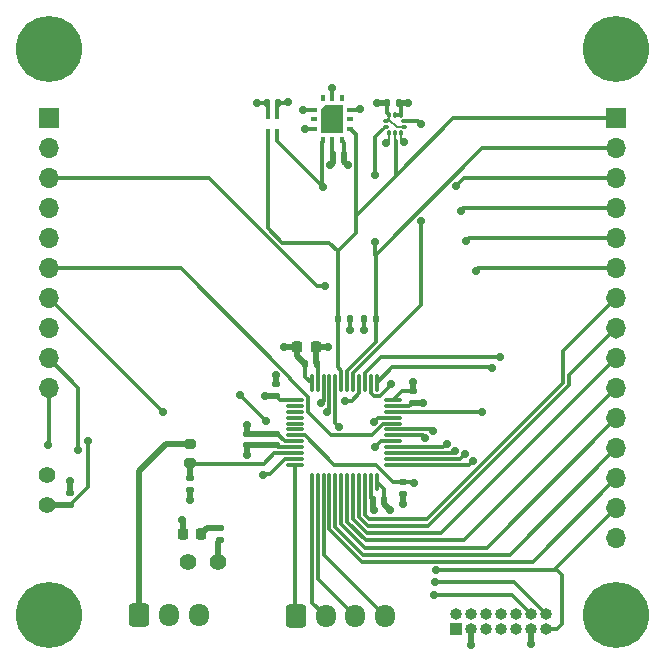
<source format=gbr>
%TF.GenerationSoftware,KiCad,Pcbnew,9.0.0*%
%TF.CreationDate,2025-02-21T21:13:24-05:00*%
%TF.ProjectId,SensorModuleBreakout,53656e73-6f72-44d6-9f64-756c65427265,rev?*%
%TF.SameCoordinates,Original*%
%TF.FileFunction,Copper,L1,Top*%
%TF.FilePolarity,Positive*%
%FSLAX46Y46*%
G04 Gerber Fmt 4.6, Leading zero omitted, Abs format (unit mm)*
G04 Created by KiCad (PCBNEW 9.0.0) date 2025-02-21 21:13:24*
%MOMM*%
%LPD*%
G01*
G04 APERTURE LIST*
G04 Aperture macros list*
%AMRoundRect*
0 Rectangle with rounded corners*
0 $1 Rounding radius*
0 $2 $3 $4 $5 $6 $7 $8 $9 X,Y pos of 4 corners*
0 Add a 4 corners polygon primitive as box body*
4,1,4,$2,$3,$4,$5,$6,$7,$8,$9,$2,$3,0*
0 Add four circle primitives for the rounded corners*
1,1,$1+$1,$2,$3*
1,1,$1+$1,$4,$5*
1,1,$1+$1,$6,$7*
1,1,$1+$1,$8,$9*
0 Add four rect primitives between the rounded corners*
20,1,$1+$1,$2,$3,$4,$5,0*
20,1,$1+$1,$4,$5,$6,$7,0*
20,1,$1+$1,$6,$7,$8,$9,0*
20,1,$1+$1,$8,$9,$2,$3,0*%
%AMFreePoly0*
4,1,14,0.903536,1.153536,0.905000,1.150000,0.905000,-1.150000,0.903536,-1.153536,0.900000,-1.155000,-0.900000,-1.155000,-0.903536,-1.153536,-0.905000,-1.150000,-0.905000,0.850000,-0.903536,0.853536,-0.603536,1.153536,-0.600000,1.155000,0.900000,1.155000,0.903536,1.153536,0.903536,1.153536,$1*%
G04 Aperture macros list end*
%TA.AperFunction,SMDPad,CuDef*%
%ADD10RoundRect,0.200000X-0.275000X0.200000X-0.275000X-0.200000X0.275000X-0.200000X0.275000X0.200000X0*%
%TD*%
%TA.AperFunction,ComponentPad*%
%ADD11O,1.700000X1.950000*%
%TD*%
%TA.AperFunction,ComponentPad*%
%ADD12RoundRect,0.250000X-0.600000X-0.725000X0.600000X-0.725000X0.600000X0.725000X-0.600000X0.725000X0*%
%TD*%
%TA.AperFunction,ComponentPad*%
%ADD13R,1.000000X1.000000*%
%TD*%
%TA.AperFunction,ComponentPad*%
%ADD14O,1.000000X1.000000*%
%TD*%
%TA.AperFunction,SMDPad,CuDef*%
%ADD15R,0.550000X0.300000*%
%TD*%
%TA.AperFunction,SMDPad,CuDef*%
%ADD16R,0.300000X0.550000*%
%TD*%
%TA.AperFunction,SMDPad,CuDef*%
%ADD17FreePoly0,0.000000*%
%TD*%
%TA.AperFunction,ComponentPad*%
%ADD18C,5.600000*%
%TD*%
%TA.AperFunction,SMDPad,CuDef*%
%ADD19RoundRect,0.075000X-0.662500X-0.075000X0.662500X-0.075000X0.662500X0.075000X-0.662500X0.075000X0*%
%TD*%
%TA.AperFunction,SMDPad,CuDef*%
%ADD20RoundRect,0.075000X-0.075000X-0.662500X0.075000X-0.662500X0.075000X0.662500X-0.075000X0.662500X0*%
%TD*%
%TA.AperFunction,SMDPad,CuDef*%
%ADD21RoundRect,0.135000X-0.185000X0.135000X-0.185000X-0.135000X0.185000X-0.135000X0.185000X0.135000X0*%
%TD*%
%TA.AperFunction,SMDPad,CuDef*%
%ADD22R,0.300000X0.500000*%
%TD*%
%TA.AperFunction,SMDPad,CuDef*%
%ADD23RoundRect,0.225000X-0.225000X-0.250000X0.225000X-0.250000X0.225000X0.250000X-0.225000X0.250000X0*%
%TD*%
%TA.AperFunction,SMDPad,CuDef*%
%ADD24RoundRect,0.218750X-0.218750X-0.256250X0.218750X-0.256250X0.218750X0.256250X-0.218750X0.256250X0*%
%TD*%
%TA.AperFunction,SMDPad,CuDef*%
%ADD25RoundRect,0.140000X0.140000X0.170000X-0.140000X0.170000X-0.140000X-0.170000X0.140000X-0.170000X0*%
%TD*%
%TA.AperFunction,SMDPad,CuDef*%
%ADD26RoundRect,0.135000X-0.135000X-0.185000X0.135000X-0.185000X0.135000X0.185000X-0.135000X0.185000X0*%
%TD*%
%TA.AperFunction,SMDPad,CuDef*%
%ADD27RoundRect,0.140000X-0.170000X0.140000X-0.170000X-0.140000X0.170000X-0.140000X0.170000X0.140000X0*%
%TD*%
%TA.AperFunction,ComponentPad*%
%ADD28R,1.700000X1.700000*%
%TD*%
%TA.AperFunction,ComponentPad*%
%ADD29O,1.700000X1.700000*%
%TD*%
%TA.AperFunction,ComponentPad*%
%ADD30C,1.400000*%
%TD*%
%TA.AperFunction,SMDPad,CuDef*%
%ADD31RoundRect,0.135000X0.185000X-0.135000X0.185000X0.135000X-0.185000X0.135000X-0.185000X-0.135000X0*%
%TD*%
%TA.AperFunction,SMDPad,CuDef*%
%ADD32RoundRect,0.135000X0.135000X0.185000X-0.135000X0.185000X-0.135000X-0.185000X0.135000X-0.185000X0*%
%TD*%
%TA.AperFunction,SMDPad,CuDef*%
%ADD33RoundRect,0.140000X-0.140000X-0.170000X0.140000X-0.170000X0.140000X0.170000X-0.140000X0.170000X0*%
%TD*%
%TA.AperFunction,SMDPad,CuDef*%
%ADD34RoundRect,0.087500X-0.125000X-0.087500X0.125000X-0.087500X0.125000X0.087500X-0.125000X0.087500X0*%
%TD*%
%TA.AperFunction,SMDPad,CuDef*%
%ADD35RoundRect,0.087500X-0.087500X-0.125000X0.087500X-0.125000X0.087500X0.125000X-0.087500X0.125000X0*%
%TD*%
%TA.AperFunction,SMDPad,CuDef*%
%ADD36RoundRect,0.140000X0.170000X-0.140000X0.170000X0.140000X-0.170000X0.140000X-0.170000X-0.140000X0*%
%TD*%
%TA.AperFunction,ViaPad*%
%ADD37C,0.700000*%
%TD*%
%TA.AperFunction,Conductor*%
%ADD38C,0.300000*%
%TD*%
%TA.AperFunction,Conductor*%
%ADD39C,0.500000*%
%TD*%
%TA.AperFunction,Conductor*%
%ADD40C,0.200000*%
%TD*%
G04 APERTURE END LIST*
D10*
%TO.P,R4,1*%
%TO.N,VBAT*%
X117950000Y-89475000D03*
%TO.P,R4,2*%
%TO.N,Net-(U1-PA0)*%
X117950000Y-91125000D03*
%TD*%
D11*
%TO.P,J4,3,Pin_3*%
%TO.N,+3V3*%
X118670000Y-104000000D03*
%TO.P,J4,2,Pin_2*%
%TO.N,GND*%
X116170000Y-104000000D03*
D12*
%TO.P,J4,1,Pin_1*%
%TO.N,VBAT*%
X113670000Y-104000000D03*
%TD*%
D13*
%TO.P,J1,1,NC*%
%TO.N,unconnected-(J1-NC-Pad1)*%
X140430000Y-105150000D03*
D14*
%TO.P,J1,2,NC*%
%TO.N,unconnected-(J1-NC-Pad2)*%
X140430000Y-103880000D03*
%TO.P,J1,3,VCC*%
%TO.N,+3V3*%
X141700000Y-105150000D03*
%TO.P,J1,4,JTMS/SWDIO*%
%TO.N,JTMS{slash}SWDIO*%
X141700000Y-103880000D03*
%TO.P,J1,5,GND*%
%TO.N,GND*%
X142970000Y-105150000D03*
%TO.P,J1,6,JCLK/SWCLK*%
%TO.N,JTCK_SWCLK*%
X142970000Y-103880000D03*
%TO.P,J1,7,GND*%
%TO.N,GND*%
X144240000Y-105150000D03*
%TO.P,J1,8,JTDO/SWO*%
%TO.N,JTDO{slash}SWO*%
X144240000Y-103880000D03*
%TO.P,J1,9,JRCLK/NC*%
%TO.N,unconnected-(J1-JRCLK{slash}NC-Pad9)*%
X145510000Y-105150000D03*
%TO.P,J1,10,JTDI/NC*%
%TO.N,unconnected-(J1-JTDI{slash}NC-Pad10)*%
X145510000Y-103880000D03*
%TO.P,J1,11,GNDDetect*%
%TO.N,GND*%
X146780000Y-105150000D03*
%TO.P,J1,12,~{RST}*%
%TO.N,NRST*%
X146780000Y-103880000D03*
%TO.P,J1,13,VCP_RX*%
%TO.N,VCP_RX*%
X148050000Y-105150000D03*
%TO.P,J1,14,VCP_TX*%
%TO.N,VCP_TX*%
X148050000Y-103880000D03*
%TD*%
D12*
%TO.P,J5,1,Pin_1*%
%TO.N,CC_TX*%
X126920000Y-104075000D03*
D11*
%TO.P,J5,2,Pin_2*%
%TO.N,CC_RX*%
X129420000Y-104075000D03*
%TO.P,J5,3,Pin_3*%
%TO.N,CC_WKE*%
X131920000Y-104075000D03*
%TO.P,J5,4,Pin_4*%
%TO.N,CC_RDY*%
X134420000Y-104075000D03*
%TD*%
D15*
%TO.P,U3,1,VSS*%
%TO.N,GND*%
X128475000Y-61200000D03*
%TO.P,U3,2,RESERVED*%
%TO.N,unconnected-(U3-RESERVED-Pad2)*%
X128475000Y-62000000D03*
%TO.P,U3,3,ADDR*%
%TO.N,GND*%
X128475000Y-62800000D03*
D16*
%TO.P,U3,4,SCL*%
%TO.N,SCL*%
X129200000Y-63775000D03*
%TO.P,U3,5,VSS__1*%
%TO.N,GND*%
X130000000Y-63775000D03*
%TO.P,U3,6,VDD*%
%TO.N,+3V3*%
X130800000Y-63775000D03*
D15*
%TO.P,U3,7,SDA*%
%TO.N,SDA*%
X131525000Y-62800000D03*
%TO.P,U3,8,RESERVED__1*%
%TO.N,unconnected-(U3-RESERVED__1-Pad8)*%
X131525000Y-62000000D03*
%TO.P,U3,9,VSS__2*%
%TO.N,GND*%
X131525000Y-61200000D03*
D16*
%TO.P,U3,10,RESERVED__2*%
%TO.N,unconnected-(U3-RESERVED__2-Pad10)*%
X130800000Y-60225000D03*
%TO.P,U3,11,VSS__3*%
%TO.N,GND*%
X130000000Y-60225000D03*
%TO.P,U3,12,RESERVED__3*%
%TO.N,unconnected-(U3-RESERVED__3-Pad12)*%
X129200000Y-60225000D03*
D17*
%TO.P,U3,13,EXP*%
%TO.N,GND*%
X130000000Y-62000000D03*
%TD*%
D18*
%TO.P,H2,1,1*%
%TO.N,GND*%
X154000000Y-56000000D03*
%TD*%
D19*
%TO.P,U1,1,VBAT*%
%TO.N,+3V3*%
X126837500Y-85750000D03*
%TO.P,U1,2,PC13*%
%TO.N,unconnected-(U1-PC13-Pad2)*%
X126837500Y-86250000D03*
%TO.P,U1,3,PC14*%
%TO.N,unconnected-(U1-PC14-Pad3)*%
X126837500Y-86750000D03*
%TO.P,U1,4,PC15*%
%TO.N,unconnected-(U1-PC15-Pad4)*%
X126837500Y-87250000D03*
%TO.P,U1,5,PF0*%
%TO.N,unconnected-(U1-PF0-Pad5)*%
X126837500Y-87750000D03*
%TO.P,U1,6,PF1*%
%TO.N,unconnected-(U1-PF1-Pad6)*%
X126837500Y-88250000D03*
%TO.P,U1,7,PF2*%
%TO.N,NRST*%
X126837500Y-88750000D03*
%TO.P,U1,8,VSSA*%
%TO.N,GND*%
X126837500Y-89250000D03*
%TO.P,U1,9,VDDA*%
%TO.N,+3V3*%
X126837500Y-89750000D03*
%TO.P,U1,10,PA0*%
%TO.N,Net-(U1-PA0)*%
X126837500Y-90250000D03*
%TO.P,U1,11,PA1*%
%TO.N,PA1*%
X126837500Y-90750000D03*
%TO.P,U1,12,PA2*%
%TO.N,CC_TX*%
X126837500Y-91250000D03*
D20*
%TO.P,U1,13,PA3*%
%TO.N,CC_RX*%
X128250000Y-92662500D03*
%TO.P,U1,14,PA4*%
%TO.N,CC_WKE*%
X128750000Y-92662500D03*
%TO.P,U1,15,PA5*%
%TO.N,CC_RDY*%
X129250000Y-92662500D03*
%TO.P,U1,16,PA6*%
%TO.N,PA6*%
X129750000Y-92662500D03*
%TO.P,U1,17,PA7*%
%TO.N,PA7*%
X130250000Y-92662500D03*
%TO.P,U1,18,PB0*%
%TO.N,PB0*%
X130750000Y-92662500D03*
%TO.P,U1,19,PB1*%
%TO.N,PB1*%
X131250000Y-92662500D03*
%TO.P,U1,20,PB2*%
%TO.N,PB2*%
X131750000Y-92662500D03*
%TO.P,U1,21,PB10*%
%TO.N,PB10*%
X132250000Y-92662500D03*
%TO.P,U1,22,PB11*%
%TO.N,PB11*%
X132750000Y-92662500D03*
%TO.P,U1,23,VSS*%
%TO.N,GND*%
X133250000Y-92662500D03*
%TO.P,U1,24,VDD*%
%TO.N,+3V3*%
X133750000Y-92662500D03*
D19*
%TO.P,U1,25,PB12*%
%TO.N,PB12*%
X135162500Y-91250000D03*
%TO.P,U1,26,PB13*%
%TO.N,PB13*%
X135162500Y-90750000D03*
%TO.P,U1,27,PB14*%
%TO.N,PB14*%
X135162500Y-90250000D03*
%TO.P,U1,28,PB15*%
%TO.N,PB15*%
X135162500Y-89750000D03*
%TO.P,U1,29,PA8*%
%TO.N,PA8*%
X135162500Y-89250000D03*
%TO.P,U1,30,PA9*%
%TO.N,VCP_TX*%
X135162500Y-88750000D03*
%TO.P,U1,31,PA10*%
%TO.N,VCP_RX*%
X135162500Y-88250000D03*
%TO.P,U1,32,PA11*%
%TO.N,PA11*%
X135162500Y-87750000D03*
%TO.P,U1,33,PA12*%
%TO.N,PA12*%
X135162500Y-87250000D03*
%TO.P,U1,34,PA13*%
%TO.N,JTMS{slash}SWDIO*%
X135162500Y-86750000D03*
%TO.P,U1,35,VSS*%
%TO.N,GND*%
X135162500Y-86250000D03*
%TO.P,U1,36,VDD*%
%TO.N,+3V3*%
X135162500Y-85750000D03*
D20*
%TO.P,U1,37,PA14*%
%TO.N,JTCK_SWCLK*%
X133750000Y-84337500D03*
%TO.P,U1,38,PA15*%
%TO.N,PA15*%
X133250000Y-84337500D03*
%TO.P,U1,39,PB3*%
%TO.N,JTDO{slash}SWO*%
X132750000Y-84337500D03*
%TO.P,U1,40,PB4*%
%TO.N,PB4*%
X132250000Y-84337500D03*
%TO.P,U1,41,PB5*%
%TO.N,INT*%
X131750000Y-84337500D03*
%TO.P,U1,42,PB6*%
%TO.N,SCL*%
X131250000Y-84337500D03*
%TO.P,U1,43,PB7*%
%TO.N,SDA*%
X130750000Y-84337500D03*
%TO.P,U1,44,PF3*%
%TO.N,/BOOT0*%
X130250000Y-84337500D03*
%TO.P,U1,45,PB8*%
%TO.N,PB8*%
X129750000Y-84337500D03*
%TO.P,U1,46,PB9*%
%TO.N,PB9*%
X129250000Y-84337500D03*
%TO.P,U1,47,VSS*%
%TO.N,GND*%
X128750000Y-84337500D03*
%TO.P,U1,48,VDD*%
%TO.N,+3V3*%
X128250000Y-84337500D03*
%TD*%
D21*
%TO.P,R6,1*%
%TO.N,Net-(D1-A)*%
X120500000Y-96590000D03*
%TO.P,R6,2*%
%TO.N,Net-(JP2-A)*%
X120500000Y-97610000D03*
%TD*%
D22*
%TO.P,U2,1,SDA*%
%TO.N,SDA*%
X124525000Y-63100000D03*
%TO.P,U2,2,SCL*%
%TO.N,SCL*%
X125325000Y-63100000D03*
%TO.P,U2,3,VDD*%
%TO.N,+3V3*%
X125325000Y-61700000D03*
%TO.P,U2,4,VSS*%
%TO.N,GND*%
X124525000Y-61700000D03*
%TD*%
D23*
%TO.P,C1,1*%
%TO.N,+3V3*%
X127025000Y-81300000D03*
%TO.P,C1,2*%
%TO.N,GND*%
X128575000Y-81300000D03*
%TD*%
D24*
%TO.P,D1,1,K*%
%TO.N,GND*%
X117312500Y-97100000D03*
%TO.P,D1,2,A*%
%TO.N,Net-(D1-A)*%
X118887500Y-97100000D03*
%TD*%
D25*
%TO.P,C9,1*%
%TO.N,+3V3*%
X125405000Y-60600000D03*
%TO.P,C9,2*%
%TO.N,GND*%
X124445000Y-60600000D03*
%TD*%
D18*
%TO.P,H3,1,1*%
%TO.N,GND*%
X106000000Y-104000000D03*
%TD*%
D25*
%TO.P,C4,1*%
%TO.N,+3V3*%
X134380000Y-94250000D03*
%TO.P,C4,2*%
%TO.N,GND*%
X133420000Y-94250000D03*
%TD*%
D26*
%TO.P,R2,1*%
%TO.N,+3V3*%
X132650000Y-78900000D03*
%TO.P,R2,2*%
%TO.N,SCL*%
X133670000Y-78900000D03*
%TD*%
D21*
%TO.P,R5,1*%
%TO.N,Net-(U1-PA0)*%
X117950000Y-92390000D03*
%TO.P,R5,2*%
%TO.N,GND*%
X117950000Y-93410000D03*
%TD*%
D27*
%TO.P,C12,1*%
%TO.N,NRST*%
X135950000Y-92720000D03*
%TO.P,C12,2*%
%TO.N,GND*%
X135950000Y-93680000D03*
%TD*%
D28*
%TO.P,J2,1,Pin_1*%
%TO.N,+3V3*%
X106000000Y-61920000D03*
D29*
%TO.P,J2,2,Pin_2*%
%TO.N,GND*%
X106000000Y-64460000D03*
%TO.P,J2,3,Pin_3*%
%TO.N,PB4*%
X106000000Y-67000000D03*
%TO.P,J2,4,Pin_4*%
%TO.N,PA15*%
X106000000Y-69540000D03*
%TO.P,J2,5,Pin_5*%
%TO.N,PA12*%
X106000000Y-72080000D03*
%TO.P,J2,6,Pin_6*%
%TO.N,PA11*%
X106000000Y-74620000D03*
%TO.P,J2,7,Pin_7*%
%TO.N,PB8*%
X106000000Y-77160000D03*
%TO.P,J2,8,Pin_8*%
%TO.N,PB9*%
X106000000Y-79700000D03*
%TO.P,J2,9,Pin_9*%
%TO.N,PA8*%
X106000000Y-82240000D03*
%TO.P,J2,10,Pin_10*%
%TO.N,PA1*%
X106000000Y-84780000D03*
%TD*%
D30*
%TO.P,JP2,1,A*%
%TO.N,Net-(JP2-A)*%
X120350000Y-99500000D03*
%TO.P,JP2,2,B*%
%TO.N,+3V3*%
X117810000Y-99500000D03*
%TD*%
D18*
%TO.P,H4,1,1*%
%TO.N,GND*%
X154000000Y-104000000D03*
%TD*%
D31*
%TO.P,R1,1*%
%TO.N,/BOOT0*%
X107800000Y-94660000D03*
%TO.P,R1,2*%
%TO.N,GND*%
X107800000Y-93640000D03*
%TD*%
D32*
%TO.P,R3,1*%
%TO.N,+3V3*%
X131470000Y-78900000D03*
%TO.P,R3,2*%
%TO.N,SDA*%
X130450000Y-78900000D03*
%TD*%
D18*
%TO.P,H1,1,1*%
%TO.N,GND*%
X106000000Y-56000000D03*
%TD*%
D33*
%TO.P,C2,1*%
%TO.N,+3V3*%
X127720000Y-82700000D03*
%TO.P,C2,2*%
%TO.N,GND*%
X128680000Y-82700000D03*
%TD*%
D34*
%TO.P,U4,1,Vdd_IO*%
%TO.N,+3V3*%
X134562500Y-62150000D03*
%TO.P,U4,2,SCL*%
%TO.N,SCL*%
X134562500Y-62650000D03*
D35*
%TO.P,U4,3,GND*%
%TO.N,GND*%
X134825000Y-63162500D03*
%TO.P,U4,4,SDA*%
%TO.N,SDA*%
X135325000Y-63162500D03*
%TO.P,U4,5,SA0*%
%TO.N,GND*%
X135825000Y-63162500D03*
D34*
%TO.P,U4,6,~{CS}*%
%TO.N,+3V3*%
X136087500Y-62650000D03*
%TO.P,U4,7,INT_DRDY*%
%TO.N,INT*%
X136087500Y-62150000D03*
D35*
%TO.P,U4,8,GND_IO*%
%TO.N,GND*%
X135825000Y-61637500D03*
%TO.P,U4,9,GND*%
X135325000Y-61637500D03*
%TO.P,U4,10,VDD*%
%TO.N,+3V3*%
X134825000Y-61637500D03*
%TD*%
D36*
%TO.P,C8,1*%
%TO.N,+3V3*%
X122800000Y-89580000D03*
%TO.P,C8,2*%
%TO.N,GND*%
X122800000Y-88620000D03*
%TD*%
D25*
%TO.P,C10,1*%
%TO.N,+3V3*%
X131005000Y-65000000D03*
%TO.P,C10,2*%
%TO.N,GND*%
X130045000Y-65000000D03*
%TD*%
D28*
%TO.P,J3,1,Pin_1*%
%TO.N,SDA*%
X154000000Y-61920000D03*
D29*
%TO.P,J3,2,Pin_2*%
%TO.N,SCL*%
X154000000Y-64460000D03*
%TO.P,J3,3,Pin_3*%
%TO.N,PB15*%
X154000000Y-67000000D03*
%TO.P,J3,4,Pin_4*%
%TO.N,PB14*%
X154000000Y-69540000D03*
%TO.P,J3,5,Pin_5*%
%TO.N,PB13*%
X154000000Y-72080000D03*
%TO.P,J3,6,Pin_6*%
%TO.N,PB12*%
X154000000Y-74620000D03*
%TO.P,J3,7,Pin_7*%
%TO.N,PB11*%
X154000000Y-77160000D03*
%TO.P,J3,8,Pin_8*%
%TO.N,PB10*%
X154000000Y-79700000D03*
%TO.P,J3,9,Pin_9*%
%TO.N,PB2*%
X154000000Y-82240000D03*
%TO.P,J3,10,Pin_10*%
%TO.N,PB1*%
X154000000Y-84780000D03*
%TO.P,J3,11,Pin_11*%
%TO.N,PB0*%
X154000000Y-87320000D03*
%TO.P,J3,12,Pin_12*%
%TO.N,PA7*%
X154000000Y-89860000D03*
%TO.P,J3,13,Pin_13*%
%TO.N,PA6*%
X154000000Y-92400000D03*
%TO.P,J3,14,Pin_14*%
%TO.N,VCP_RX*%
X154000000Y-94940000D03*
%TO.P,J3,15,Pin_15*%
%TO.N,VCP_TX*%
X154000000Y-97480000D03*
%TD*%
D30*
%TO.P,JP1,1,A*%
%TO.N,+3V3*%
X105850000Y-92100000D03*
%TO.P,JP1,2,B*%
%TO.N,/BOOT0*%
X105850000Y-94640000D03*
%TD*%
D27*
%TO.P,C3,1*%
%TO.N,+3V3*%
X136800000Y-85020000D03*
%TO.P,C3,2*%
%TO.N,GND*%
X136800000Y-85980000D03*
%TD*%
D36*
%TO.P,C7,1*%
%TO.N,+3V3*%
X124000000Y-89580000D03*
%TO.P,C7,2*%
%TO.N,GND*%
X124000000Y-88620000D03*
%TD*%
D33*
%TO.P,C11,1*%
%TO.N,+3V3*%
X134645000Y-60600000D03*
%TO.P,C11,2*%
%TO.N,GND*%
X135605000Y-60600000D03*
%TD*%
D36*
%TO.P,C6,1*%
%TO.N,+3V3*%
X125200000Y-89580000D03*
%TO.P,C6,2*%
%TO.N,GND*%
X125200000Y-88620000D03*
%TD*%
%TO.P,C5,1*%
%TO.N,+3V3*%
X125200000Y-85380000D03*
%TO.P,C5,2*%
%TO.N,GND*%
X125200000Y-84420000D03*
%TD*%
D37*
%TO.N,GND*%
X123600000Y-60600000D03*
%TO.N,+3V3*%
X126250000Y-60550000D03*
%TO.N,INT*%
X137500000Y-62350000D03*
%TO.N,/BOOT0*%
X130600000Y-88050000D03*
%TO.N,VCP_RX*%
X138513440Y-88341846D03*
%TO.N,GND*%
X146800000Y-106400000D03*
%TO.N,+3V3*%
X141700000Y-106500000D03*
%TO.N,NRST*%
X138600000Y-102300000D03*
%TO.N,VCP_TX*%
X138700000Y-101200000D03*
%TO.N,JTMS{slash}SWDIO*%
X142700000Y-86750000D03*
%TO.N,JTCK_SWCLK*%
X143500000Y-83050000D03*
%TO.N,JTDO{slash}SWO*%
X144200000Y-82150000D03*
%TO.N,+3V3*%
X134850000Y-95050000D03*
X136800000Y-84200000D03*
X124300000Y-85400000D03*
X133800000Y-60600000D03*
X131300000Y-65900000D03*
X131500000Y-79850000D03*
X122800000Y-90450000D03*
X125900000Y-81300000D03*
X132650000Y-79800000D03*
%TO.N,GND*%
X130000000Y-62000000D03*
X137650000Y-86000000D03*
X133550000Y-95050000D03*
X129800000Y-65900000D03*
X125200000Y-83600000D03*
X117300000Y-95900000D03*
X122800000Y-87850000D03*
X135950000Y-94550000D03*
X136400000Y-60600000D03*
X127550000Y-61200000D03*
X117950000Y-94250000D03*
X130000000Y-59300000D03*
X127650000Y-62800000D03*
X132350000Y-61150000D03*
X107800000Y-92600000D03*
X136050000Y-63950000D03*
X134550000Y-64000000D03*
X129650000Y-81300000D03*
%TO.N,VCP_TX*%
X137850000Y-88950000D03*
%TO.N,NRST*%
X136950000Y-92800000D03*
%TO.N,VCP_RX*%
X138750000Y-100150000D03*
%TO.N,SCL*%
X133650000Y-66700000D03*
X129200000Y-67700000D03*
X133650000Y-72350000D03*
%TO.N,INT*%
X137519975Y-70619975D03*
%TO.N,PA15*%
X135000000Y-84400000D03*
%TO.N,PB15*%
X140500000Y-67650000D03*
X139700000Y-89450000D03*
%TO.N,PB13*%
X141221166Y-90369362D03*
X141350000Y-72300000D03*
%TO.N,PB14*%
X140850000Y-69750000D03*
X140387049Y-90031350D03*
%TO.N,PB12*%
X141905106Y-90954367D03*
X142150000Y-74800000D03*
%TO.N,PA8*%
X133600000Y-89750000D03*
X108500000Y-90000000D03*
%TO.N,PA12*%
X122150000Y-85300000D03*
X124400000Y-87550000D03*
X133490965Y-87590965D03*
%TO.N,PB9*%
X129050000Y-86000000D03*
%TO.N,PB8*%
X115650000Y-86800000D03*
X129533189Y-86759297D03*
%TO.N,PA1*%
X124150000Y-92100000D03*
X105950000Y-89550000D03*
%TO.N,PB4*%
X131050000Y-85800000D03*
X129350000Y-76100000D03*
%TO.N,/BOOT0*%
X109350000Y-89250000D03*
%TD*%
D38*
%TO.N,Net-(U1-PA0)*%
X124172440Y-91151000D02*
X117976000Y-91151000D01*
X117976000Y-91151000D02*
X117950000Y-91125000D01*
X125073440Y-90250000D02*
X124172440Y-91151000D01*
D39*
X117950000Y-91125000D02*
X117950000Y-92390000D01*
%TO.N,VBAT*%
X113670000Y-91730000D02*
X115925000Y-89475000D01*
X113670000Y-104000000D02*
X113670000Y-91730000D01*
X115925000Y-89475000D02*
X117950000Y-89475000D01*
D38*
%TO.N,GND*%
X124445000Y-60600000D02*
X123600000Y-60600000D01*
%TO.N,+3V3*%
X126200000Y-60600000D02*
X126250000Y-60550000D01*
X125405000Y-60600000D02*
X126200000Y-60600000D01*
%TO.N,INT*%
X137274000Y-62124000D02*
X136173558Y-62124000D01*
X137500000Y-62350000D02*
X137274000Y-62124000D01*
%TO.N,/BOOT0*%
X130250000Y-87700000D02*
X130600000Y-88050000D01*
X130250000Y-84337500D02*
X130250000Y-87700000D01*
%TO.N,VCP_RX*%
X138421594Y-88250000D02*
X138513440Y-88341846D01*
X135162500Y-88250000D02*
X138421594Y-88250000D01*
D39*
%TO.N,GND*%
X146780000Y-106380000D02*
X146800000Y-106400000D01*
X146780000Y-105150000D02*
X146780000Y-106380000D01*
%TO.N,+3V3*%
X141700000Y-105150000D02*
X141700000Y-106500000D01*
D38*
%TO.N,NRST*%
X138600000Y-102300000D02*
X145200000Y-102300000D01*
X145200000Y-102300000D02*
X146780000Y-103880000D01*
%TO.N,VCP_TX*%
X145370000Y-101200000D02*
X148050000Y-103880000D01*
X138700000Y-101200000D02*
X145370000Y-101200000D01*
%TO.N,VCP_RX*%
X149000000Y-105150000D02*
X148050000Y-105150000D01*
X149000000Y-100150000D02*
X149450000Y-100600000D01*
X149450000Y-100600000D02*
X149450000Y-104700000D01*
X149450000Y-104700000D02*
X149000000Y-105150000D01*
X148790000Y-100150000D02*
X149000000Y-100150000D01*
%TO.N,JTMS{slash}SWDIO*%
X139350000Y-86750000D02*
X142700000Y-86750000D01*
%TO.N,JTCK_SWCLK*%
X143000000Y-103850000D02*
X142970000Y-103880000D01*
X143450000Y-83000000D02*
X143500000Y-83050000D01*
X135087500Y-83000000D02*
X143450000Y-83000000D01*
%TO.N,JTDO{slash}SWO*%
X144250000Y-103870000D02*
X144240000Y-103880000D01*
X144150000Y-82100000D02*
X144200000Y-82150000D01*
X134146880Y-82100000D02*
X144150000Y-82100000D01*
D40*
%TO.N,SDA*%
X135325000Y-63775000D02*
X135325000Y-63162500D01*
X135350000Y-63800000D02*
X135325000Y-63775000D01*
%TO.N,SCL*%
X134312500Y-62900000D02*
X134562500Y-62650000D01*
X134200000Y-62900000D02*
X134312500Y-62900000D01*
%TO.N,GND*%
X134825000Y-63725000D02*
X134550000Y-64000000D01*
X134825000Y-63162500D02*
X134825000Y-63725000D01*
X135825000Y-63725000D02*
X136050000Y-63950000D01*
X135825000Y-63162500D02*
X135825000Y-63725000D01*
%TO.N,SDA*%
X135350000Y-63187500D02*
X135325000Y-63162500D01*
%TO.N,+3V3*%
X135450000Y-62650000D02*
X136087500Y-62650000D01*
X134825000Y-62025000D02*
X135450000Y-62650000D01*
X134825000Y-61887500D02*
X134825000Y-62025000D01*
X134825000Y-61887500D02*
X134562500Y-62150000D01*
X134825000Y-61637500D02*
X134825000Y-61887500D01*
D38*
%TO.N,GND*%
X135825000Y-60820000D02*
X135605000Y-60600000D01*
X135825000Y-61637500D02*
X135825000Y-60820000D01*
X135825000Y-61637500D02*
X135351000Y-61637500D01*
%TO.N,+3V3*%
X134645000Y-61483500D02*
X134799000Y-61637500D01*
X134645000Y-60600000D02*
X134645000Y-61483500D01*
D39*
X131005000Y-65000000D02*
X131005000Y-65605000D01*
D38*
X134380000Y-93292500D02*
X134380000Y-94250000D01*
X133750000Y-92662500D02*
X134380000Y-93292500D01*
D39*
X136800000Y-85020000D02*
X136800000Y-84200000D01*
D38*
X132650000Y-78900000D02*
X132650000Y-79800000D01*
X125200000Y-89580000D02*
X125370000Y-89750000D01*
D39*
X127025000Y-82005000D02*
X127720000Y-82700000D01*
D38*
X125570000Y-85750000D02*
X125200000Y-85380000D01*
X125325000Y-60680000D02*
X125405000Y-60600000D01*
D39*
X131005000Y-65605000D02*
X131300000Y-65900000D01*
X125200000Y-89580000D02*
X124000000Y-89580000D01*
X134380000Y-94250000D02*
X134380000Y-94580000D01*
X127025000Y-81300000D02*
X125900000Y-81300000D01*
D38*
X131470000Y-78900000D02*
X131470000Y-79820000D01*
D39*
X134380000Y-94580000D02*
X134850000Y-95050000D01*
D38*
X128250000Y-84337500D02*
X127720000Y-83807500D01*
X135162500Y-85750000D02*
X135892500Y-85020000D01*
X125370000Y-89750000D02*
X126837500Y-89750000D01*
X126837500Y-85750000D02*
X125570000Y-85750000D01*
D39*
X127025000Y-81300000D02*
X127025000Y-82005000D01*
D38*
X135892500Y-85020000D02*
X136800000Y-85020000D01*
D39*
X122800000Y-89580000D02*
X122800000Y-90450000D01*
D38*
X127720000Y-83807500D02*
X127720000Y-82700000D01*
X131470000Y-79820000D02*
X131500000Y-79850000D01*
D39*
X134645000Y-60600000D02*
X133800000Y-60600000D01*
X124000000Y-89580000D02*
X122800000Y-89580000D01*
D38*
X131005000Y-63980000D02*
X130800000Y-63775000D01*
D39*
X124320000Y-85380000D02*
X124300000Y-85400000D01*
D38*
X131005000Y-65000000D02*
X131005000Y-63980000D01*
D39*
X125200000Y-85380000D02*
X124320000Y-85380000D01*
D38*
X125325000Y-61700000D02*
X125325000Y-60680000D01*
D40*
X134825000Y-60780000D02*
X134645000Y-60600000D01*
D38*
%TO.N,GND*%
X128680000Y-82700000D02*
X128750000Y-82770000D01*
D39*
X130045000Y-65655000D02*
X129800000Y-65900000D01*
D38*
X133250000Y-92662500D02*
X133250000Y-94080000D01*
X128475000Y-61200000D02*
X127550000Y-61200000D01*
D39*
X133420000Y-94920000D02*
X133550000Y-95050000D01*
X117312500Y-97100000D02*
X117312500Y-95912500D01*
D38*
X125950000Y-89250000D02*
X126837500Y-89250000D01*
D39*
X117950000Y-93410000D02*
X117950000Y-94250000D01*
X128575000Y-81300000D02*
X129650000Y-81300000D01*
X136800000Y-85980000D02*
X137630000Y-85980000D01*
X133420000Y-94250000D02*
X133420000Y-94920000D01*
D38*
X136530000Y-86250000D02*
X136800000Y-85980000D01*
D39*
X135605000Y-60600000D02*
X136400000Y-60600000D01*
D38*
X124525000Y-61700000D02*
X124525000Y-60680000D01*
D39*
X117312500Y-95912500D02*
X117300000Y-95900000D01*
X128575000Y-82595000D02*
X128680000Y-82700000D01*
D38*
X124525000Y-60680000D02*
X124445000Y-60600000D01*
X133250000Y-94080000D02*
X133420000Y-94250000D01*
D39*
X137630000Y-85980000D02*
X137650000Y-86000000D01*
X122800000Y-88620000D02*
X124000000Y-88620000D01*
D38*
X125200000Y-88620000D02*
X125320000Y-88620000D01*
D39*
X107800000Y-93640000D02*
X107800000Y-92600000D01*
D38*
X135162500Y-86250000D02*
X136530000Y-86250000D01*
X125320000Y-88620000D02*
X125950000Y-89250000D01*
D39*
X135950000Y-93680000D02*
X135950000Y-94550000D01*
X128575000Y-81300000D02*
X128575000Y-82595000D01*
D38*
X130000000Y-60225000D02*
X130000000Y-59300000D01*
X128475000Y-62800000D02*
X127650000Y-62800000D01*
D39*
X124000000Y-88620000D02*
X125200000Y-88620000D01*
X122800000Y-88620000D02*
X122800000Y-87850000D01*
D38*
X132300000Y-61200000D02*
X132350000Y-61150000D01*
X131525000Y-61200000D02*
X132300000Y-61200000D01*
D39*
X125200000Y-84420000D02*
X125200000Y-83600000D01*
X130045000Y-65000000D02*
X130045000Y-65655000D01*
D38*
X130000000Y-64955000D02*
X130045000Y-65000000D01*
X128750000Y-82770000D02*
X128750000Y-84337500D01*
X130000000Y-63775000D02*
X130000000Y-64955000D01*
D39*
%TO.N,Net-(D1-A)*%
X120500000Y-96590000D02*
X119397500Y-96590000D01*
X119397500Y-96590000D02*
X118887500Y-97100000D01*
D38*
%TO.N,VCP_TX*%
X135162500Y-88750000D02*
X137650000Y-88750000D01*
X137650000Y-88750000D02*
X137850000Y-88950000D01*
%TO.N,JTDO{slash}SWO*%
X132750000Y-83496880D02*
X132750000Y-84337500D01*
X134146880Y-82100000D02*
X132750000Y-83496880D01*
%TO.N,JTCK_SWCLK*%
X135087500Y-83000000D02*
X133750000Y-84337500D01*
%TO.N,JTMS{slash}SWDIO*%
X139350000Y-86750000D02*
X135162500Y-86750000D01*
%TO.N,NRST*%
X126837500Y-88750000D02*
X127678120Y-88750000D01*
X135148120Y-92720000D02*
X135950000Y-92720000D01*
X136870000Y-92720000D02*
X136950000Y-92800000D01*
X133678120Y-91250000D02*
X135148120Y-92720000D01*
X130178120Y-91250000D02*
X133678120Y-91250000D01*
X135950000Y-92720000D02*
X136870000Y-92720000D01*
X127678120Y-88750000D02*
X130178120Y-91250000D01*
%TO.N,VCP_RX*%
X138750000Y-100150000D02*
X148790000Y-100150000D01*
X148790000Y-100150000D02*
X154000000Y-94940000D01*
%TO.N,SCL*%
X133650000Y-73460000D02*
X133650000Y-72350000D01*
X129200000Y-67700000D02*
X125325000Y-63825000D01*
D40*
X134562500Y-62650000D02*
X134450000Y-62650000D01*
D38*
X129100000Y-67600000D02*
X129100000Y-63875000D01*
X129200000Y-67700000D02*
X129100000Y-67600000D01*
D40*
X125325000Y-63200000D02*
X125325000Y-63100000D01*
D38*
X131250000Y-83289774D02*
X133670000Y-80869774D01*
X133650000Y-63450000D02*
X134200000Y-62900000D01*
X133670000Y-73480000D02*
X133650000Y-73460000D01*
X133650000Y-66700000D02*
X133650000Y-63450000D01*
X129100000Y-63875000D02*
X129200000Y-63775000D01*
X133670000Y-80869774D02*
X133670000Y-78900000D01*
X125325000Y-63825000D02*
X125325000Y-63100000D01*
X133670000Y-78900000D02*
X133670000Y-73480000D01*
X131250000Y-84337500D02*
X131250000Y-83289774D01*
X142690000Y-64460000D02*
X154000000Y-64460000D01*
X133670000Y-73480000D02*
X142690000Y-64460000D01*
%TO.N,SDA*%
X130750000Y-84337500D02*
X130750000Y-83300000D01*
X129750000Y-72450000D02*
X125750000Y-72450000D01*
X135350000Y-63800000D02*
X135350000Y-66800000D01*
X130450000Y-73150000D02*
X132000000Y-71600000D01*
X140230000Y-61920000D02*
X154000000Y-61920000D01*
X130450000Y-78900000D02*
X130450000Y-73150000D01*
X132000000Y-71600000D02*
X132000000Y-70450000D01*
X135350000Y-66800000D02*
X140230000Y-61920000D01*
X130450000Y-73150000D02*
X129750000Y-72450000D01*
X132000000Y-70150000D02*
X132000000Y-70450000D01*
X125750000Y-72450000D02*
X124525000Y-71225000D01*
X135350000Y-66800000D02*
X132000000Y-70150000D01*
X132000000Y-70450000D02*
X132000000Y-63275000D01*
X130450000Y-83000000D02*
X130450000Y-78900000D01*
X124525000Y-71225000D02*
X124525000Y-63100000D01*
X130750000Y-83300000D02*
X130450000Y-83000000D01*
X132000000Y-63275000D02*
X131525000Y-62800000D01*
%TO.N,INT*%
X131750000Y-84337500D02*
X131750000Y-83496880D01*
X137519975Y-77726905D02*
X137519975Y-70619975D01*
X131750000Y-83496880D02*
X137519975Y-77726905D01*
%TO.N,PA11*%
X126441274Y-83851324D02*
X117209950Y-74620000D01*
X133321880Y-88750000D02*
X129875000Y-88750000D01*
X117209950Y-74620000D02*
X106000000Y-74620000D01*
X126441274Y-84013154D02*
X126441274Y-83851324D01*
X127925000Y-86800000D02*
X127925000Y-85496880D01*
X127925000Y-85496880D02*
X126441274Y-84013154D01*
X129875000Y-88750000D02*
X127925000Y-86800000D01*
X135162500Y-87750000D02*
X134321880Y-87750000D01*
X134321880Y-87750000D02*
X133321880Y-88750000D01*
%TO.N,PA15*%
X133496880Y-85425000D02*
X134025000Y-85425000D01*
X133250000Y-85178120D02*
X133496880Y-85425000D01*
X134025000Y-85425000D02*
X135000000Y-84450000D01*
X133250000Y-84337500D02*
X133250000Y-85178120D01*
X135000000Y-84450000D02*
X135000000Y-84400000D01*
%TO.N,PA7*%
X130250000Y-92662500D02*
X130250000Y-96485534D01*
X132614466Y-98850000D02*
X145010000Y-98850000D01*
X130250000Y-96485534D02*
X132614466Y-98850000D01*
X145010000Y-98850000D02*
X154000000Y-89860000D01*
%TO.N,PB0*%
X130750000Y-96278427D02*
X131978679Y-97507107D01*
X143070000Y-98250000D02*
X154000000Y-87320000D01*
X131978679Y-97507107D02*
X132721572Y-98250000D01*
X132721572Y-98250000D02*
X143070000Y-98250000D01*
X130750000Y-92662500D02*
X130750000Y-96278427D01*
%TO.N,PB2*%
X131750000Y-92662500D02*
X131750000Y-95864214D01*
X139190000Y-97050000D02*
X154000000Y-82240000D01*
X132935786Y-97050000D02*
X139190000Y-97050000D01*
X131750000Y-95864214D02*
X132935786Y-97050000D01*
%TO.N,PB10*%
X154000000Y-80400000D02*
X154000000Y-79700000D01*
X132250000Y-95657107D02*
X133042893Y-96450000D01*
X132250000Y-92662500D02*
X132250000Y-95657107D01*
X133042893Y-96450000D02*
X138106529Y-96450000D01*
X138106529Y-96450000D02*
X150050000Y-84506529D01*
X150050000Y-84506529D02*
X150050000Y-83650000D01*
X150050000Y-83650000D02*
X154000000Y-79700000D01*
%TO.N,PB1*%
X141130000Y-97650000D02*
X154000000Y-84780000D01*
X132828679Y-97650000D02*
X141130000Y-97650000D01*
X131250000Y-96071321D02*
X132828679Y-97650000D01*
X131250000Y-92662500D02*
X131250000Y-96071321D01*
%TO.N,PA6*%
X129750000Y-96692641D02*
X132507359Y-99450000D01*
X132507359Y-99450000D02*
X146950000Y-99450000D01*
X129750000Y-92662500D02*
X129750000Y-96692641D01*
X146950000Y-99450000D02*
X154000000Y-92400000D01*
%TO.N,PB11*%
X132750000Y-95450000D02*
X133100000Y-95800000D01*
X133100000Y-95800000D02*
X138049423Y-95800000D01*
X149550000Y-81610000D02*
X154000000Y-77160000D01*
X132750000Y-92662500D02*
X132750000Y-95450000D01*
X149550000Y-84299423D02*
X149550000Y-81610000D01*
X138049423Y-95800000D02*
X149550000Y-84299423D01*
%TO.N,PB15*%
X140500000Y-67650000D02*
X141150000Y-67000000D01*
X139400000Y-89750000D02*
X139700000Y-89450000D01*
X135162500Y-89750000D02*
X139400000Y-89750000D01*
X141150000Y-67000000D02*
X154000000Y-67000000D01*
%TO.N,PB13*%
X135162500Y-90750000D02*
X140840528Y-90750000D01*
X141350000Y-72300000D02*
X141570000Y-72080000D01*
X141570000Y-72080000D02*
X154000000Y-72080000D01*
X140840528Y-90750000D02*
X141221166Y-90369362D01*
%TO.N,PB14*%
X140850000Y-69750000D02*
X141060000Y-69540000D01*
X140168399Y-90250000D02*
X140387049Y-90031350D01*
X141060000Y-69540000D02*
X154000000Y-69540000D01*
X135162500Y-90250000D02*
X140168399Y-90250000D01*
%TO.N,PB12*%
X142330000Y-74620000D02*
X154000000Y-74620000D01*
X142150000Y-74800000D02*
X142330000Y-74620000D01*
X141609473Y-91250000D02*
X141905106Y-90954367D01*
X135162500Y-91250000D02*
X141609473Y-91250000D01*
%TO.N,PA8*%
X135162500Y-89250000D02*
X134100000Y-89250000D01*
X108500000Y-84740000D02*
X106000000Y-82240000D01*
X134100000Y-89250000D02*
X133600000Y-89750000D01*
X108500000Y-90000000D02*
X108500000Y-84740000D01*
%TO.N,PA12*%
X124400000Y-87550000D02*
X122150000Y-85300000D01*
X133831930Y-87250000D02*
X133490965Y-87590965D01*
X135162500Y-87250000D02*
X133831930Y-87250000D01*
%TO.N,PB9*%
X129250000Y-85800000D02*
X129050000Y-86000000D01*
X129250000Y-84337500D02*
X129250000Y-85800000D01*
X106150000Y-79700000D02*
X106000000Y-79700000D01*
%TO.N,PB8*%
X115640000Y-86800000D02*
X115650000Y-86800000D01*
X129750000Y-86542486D02*
X129533189Y-86759297D01*
X129750000Y-84337500D02*
X129750000Y-86542486D01*
X115640000Y-86800000D02*
X106000000Y-77160000D01*
%TO.N,PA1*%
X124200000Y-92050000D02*
X124150000Y-92100000D01*
X124696880Y-92050000D02*
X124200000Y-92050000D01*
X126837500Y-90750000D02*
X125996880Y-90750000D01*
X105950000Y-89550000D02*
X106000000Y-89500000D01*
X106000000Y-89500000D02*
X106000000Y-84780000D01*
X125996880Y-90750000D02*
X124696880Y-92050000D01*
%TO.N,PB4*%
X131628120Y-85800000D02*
X131050000Y-85800000D01*
X132250000Y-85178120D02*
X131628120Y-85800000D01*
X132250000Y-84337500D02*
X132250000Y-85178120D01*
X128692893Y-76100000D02*
X119592893Y-67000000D01*
X129350000Y-76100000D02*
X128692893Y-76100000D01*
X119592893Y-67000000D02*
X106000000Y-67000000D01*
%TO.N,/BOOT0*%
X107800000Y-94660000D02*
X109350000Y-93110000D01*
D39*
X105850000Y-94640000D02*
X107780000Y-94640000D01*
X107780000Y-94640000D02*
X107800000Y-94660000D01*
D38*
X109350000Y-93110000D02*
X109350000Y-89250000D01*
D39*
%TO.N,Net-(JP2-A)*%
X120350000Y-99500000D02*
X120350000Y-97760000D01*
X120350000Y-97760000D02*
X120500000Y-97610000D01*
D38*
%TO.N,CC_TX*%
X126837500Y-103992500D02*
X126920000Y-104075000D01*
X126837500Y-91250000D02*
X126837500Y-103992500D01*
%TO.N,CC_RX*%
X128250000Y-92662500D02*
X128250000Y-102905000D01*
X128250000Y-102905000D02*
X129420000Y-104075000D01*
%TO.N,CC_WKE*%
X128750000Y-92662500D02*
X128750000Y-100905000D01*
X128750000Y-100905000D02*
X131920000Y-104075000D01*
%TO.N,CC_RDY*%
X129250000Y-92662500D02*
X129250000Y-98905000D01*
X129250000Y-98905000D02*
X134420000Y-104075000D01*
%TO.N,Net-(U1-PA0)*%
X126837500Y-90250000D02*
X125073440Y-90250000D01*
%TD*%
M02*

</source>
